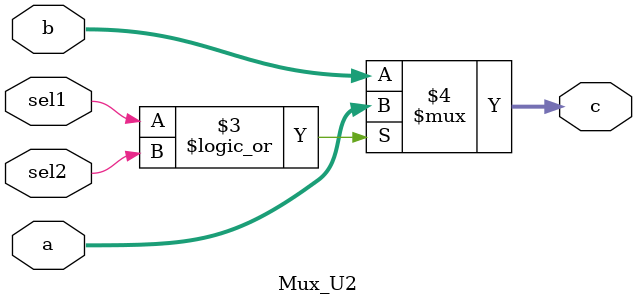
<source format=v>
module Mux_U2(
    input [31:0] a,
    input [31:0] b,
    input sel1,
    input sel2,
    output [31:0] c
);
    assign c = (sel1 == 1'b1 || sel2 == 1'b1) ? a : b; // Chọn giá trị a nếu sel1 hoặc sel2 là 1, ngược lại chọn b
endmodule

</source>
